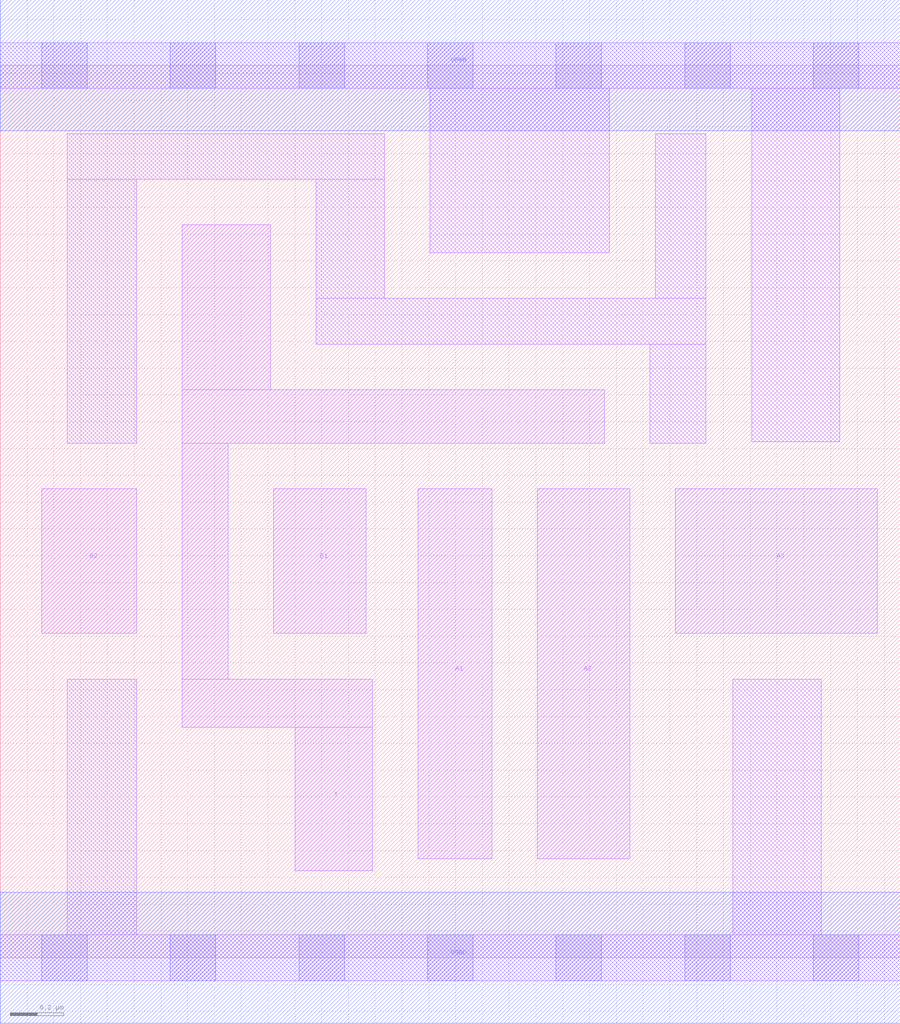
<source format=lef>
# Copyright 2020 The SkyWater PDK Authors
#
# Licensed under the Apache License, Version 2.0 (the "License");
# you may not use this file except in compliance with the License.
# You may obtain a copy of the License at
#
#     https://www.apache.org/licenses/LICENSE-2.0
#
# Unless required by applicable law or agreed to in writing, software
# distributed under the License is distributed on an "AS IS" BASIS,
# WITHOUT WARRANTIES OR CONDITIONS OF ANY KIND, either express or implied.
# See the License for the specific language governing permissions and
# limitations under the License.
#
# SPDX-License-Identifier: Apache-2.0

VERSION 5.7 ;
  NAMESCASESENSITIVE ON ;
  NOWIREEXTENSIONATPIN ON ;
  DIVIDERCHAR "/" ;
  BUSBITCHARS "[]" ;
UNITS
  DATABASE MICRONS 200 ;
END UNITS
MACRO sky130_fd_sc_lp__a32oi_1
  CLASS CORE ;
  SOURCE USER ;
  FOREIGN sky130_fd_sc_lp__a32oi_1 ;
  ORIGIN  0.000000  0.000000 ;
  SIZE  3.360000 BY  3.330000 ;
  SYMMETRY X Y R90 ;
  SITE unit ;
  PIN A1
    ANTENNAGATEAREA  0.315000 ;
    DIRECTION INPUT ;
    USE SIGNAL ;
    PORT
      LAYER li1 ;
        RECT 1.560000 0.370000 1.835000 1.750000 ;
    END
  END A1
  PIN A2
    ANTENNAGATEAREA  0.315000 ;
    DIRECTION INPUT ;
    USE SIGNAL ;
    PORT
      LAYER li1 ;
        RECT 2.005000 0.370000 2.350000 1.750000 ;
    END
  END A2
  PIN A3
    ANTENNAGATEAREA  0.315000 ;
    DIRECTION INPUT ;
    USE SIGNAL ;
    PORT
      LAYER li1 ;
        RECT 2.520000 1.210000 3.275000 1.750000 ;
    END
  END A3
  PIN B1
    ANTENNAGATEAREA  0.315000 ;
    DIRECTION INPUT ;
    USE SIGNAL ;
    PORT
      LAYER li1 ;
        RECT 1.020000 1.210000 1.365000 1.750000 ;
    END
  END B1
  PIN B2
    ANTENNAGATEAREA  0.315000 ;
    DIRECTION INPUT ;
    USE SIGNAL ;
    PORT
      LAYER li1 ;
        RECT 0.155000 1.210000 0.510000 1.750000 ;
    END
  END B2
  PIN Y
    ANTENNADIFFAREA  0.688800 ;
    DIRECTION OUTPUT ;
    USE SIGNAL ;
    PORT
      LAYER li1 ;
        RECT 0.680000 0.860000 1.390000 1.040000 ;
        RECT 0.680000 1.040000 0.850000 1.920000 ;
        RECT 0.680000 1.920000 2.255000 2.120000 ;
        RECT 0.680000 2.120000 1.010000 2.735000 ;
        RECT 1.100000 0.325000 1.390000 0.860000 ;
    END
  END Y
  PIN VGND
    DIRECTION INOUT ;
    USE GROUND ;
    PORT
      LAYER met1 ;
        RECT 0.000000 -0.245000 3.360000 0.245000 ;
    END
  END VGND
  PIN VPWR
    DIRECTION INOUT ;
    USE POWER ;
    PORT
      LAYER met1 ;
        RECT 0.000000 3.085000 3.360000 3.575000 ;
    END
  END VPWR
  OBS
    LAYER li1 ;
      RECT 0.000000 -0.085000 3.360000 0.085000 ;
      RECT 0.000000  3.245000 3.360000 3.415000 ;
      RECT 0.250000  0.085000 0.510000 1.040000 ;
      RECT 0.250000  1.920000 0.510000 2.905000 ;
      RECT 0.250000  2.905000 1.435000 3.075000 ;
      RECT 1.180000  2.290000 2.635000 2.460000 ;
      RECT 1.180000  2.460000 1.435000 2.905000 ;
      RECT 1.605000  2.630000 2.275000 3.245000 ;
      RECT 2.425000  1.920000 2.635000 2.290000 ;
      RECT 2.445000  2.460000 2.635000 3.075000 ;
      RECT 2.735000  0.085000 3.065000 1.040000 ;
      RECT 2.805000  1.925000 3.135000 3.245000 ;
    LAYER mcon ;
      RECT 0.155000 -0.085000 0.325000 0.085000 ;
      RECT 0.155000  3.245000 0.325000 3.415000 ;
      RECT 0.635000 -0.085000 0.805000 0.085000 ;
      RECT 0.635000  3.245000 0.805000 3.415000 ;
      RECT 1.115000 -0.085000 1.285000 0.085000 ;
      RECT 1.115000  3.245000 1.285000 3.415000 ;
      RECT 1.595000 -0.085000 1.765000 0.085000 ;
      RECT 1.595000  3.245000 1.765000 3.415000 ;
      RECT 2.075000 -0.085000 2.245000 0.085000 ;
      RECT 2.075000  3.245000 2.245000 3.415000 ;
      RECT 2.555000 -0.085000 2.725000 0.085000 ;
      RECT 2.555000  3.245000 2.725000 3.415000 ;
      RECT 3.035000 -0.085000 3.205000 0.085000 ;
      RECT 3.035000  3.245000 3.205000 3.415000 ;
  END
END sky130_fd_sc_lp__a32oi_1

</source>
